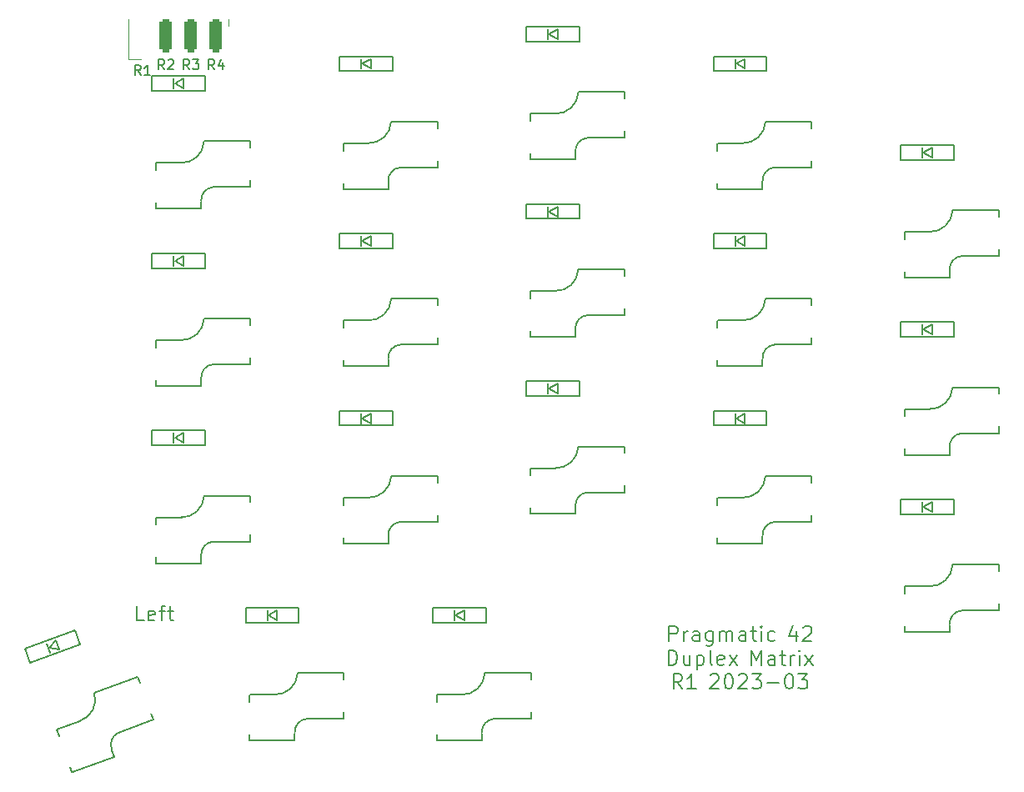
<source format=gto>
%TF.GenerationSoftware,KiCad,Pcbnew,(7.0.0-0)*%
%TF.CreationDate,2023-03-09T15:58:59+08:00*%
%TF.ProjectId,Input,496e7075-742e-46b6-9963-61645f706362,1*%
%TF.SameCoordinates,PX7bfa480PY6052340*%
%TF.FileFunction,Legend,Top*%
%TF.FilePolarity,Positive*%
%FSLAX46Y46*%
G04 Gerber Fmt 4.6, Leading zero omitted, Abs format (unit mm)*
G04 Created by KiCad (PCBNEW (7.0.0-0)) date 2023-03-09 15:58:59*
%MOMM*%
%LPD*%
G01*
G04 APERTURE LIST*
G04 Aperture macros list*
%AMRoundRect*
0 Rectangle with rounded corners*
0 $1 Rounding radius*
0 $2 $3 $4 $5 $6 $7 $8 $9 X,Y pos of 4 corners*
0 Add a 4 corners polygon primitive as box body*
4,1,4,$2,$3,$4,$5,$6,$7,$8,$9,$2,$3,0*
0 Add four circle primitives for the rounded corners*
1,1,$1+$1,$2,$3*
1,1,$1+$1,$4,$5*
1,1,$1+$1,$6,$7*
1,1,$1+$1,$8,$9*
0 Add four rect primitives between the rounded corners*
20,1,$1+$1,$2,$3,$4,$5,0*
20,1,$1+$1,$4,$5,$6,$7,0*
20,1,$1+$1,$6,$7,$8,$9,0*
20,1,$1+$1,$8,$9,$2,$3,0*%
%AMRotRect*
0 Rectangle, with rotation*
0 The origin of the aperture is its center*
0 $1 length*
0 $2 width*
0 $3 Rotation angle, in degrees counterclockwise*
0 Add horizontal line*
21,1,$1,$2,0,0,$3*%
G04 Aperture macros list end*
%ADD10C,0.150000*%
%ADD11C,0.200000*%
%ADD12C,0.120000*%
%ADD13C,3.000000*%
%ADD14R,2.000000X2.600000*%
%ADD15C,3.200000*%
%ADD16R,1.400000X1.000000*%
%ADD17RotRect,1.400000X1.000000X20.000000*%
%ADD18R,1.270000X3.429000*%
%ADD19RoundRect,0.317500X-0.317500X-1.397000X0.317500X-1.397000X0.317500X1.397000X-0.317500X1.397000X0*%
%ADD20RotRect,2.000000X2.600000X200.000000*%
%ADD21C,1.700000*%
G04 APERTURE END LIST*
D10*
X-1446667Y23932620D02*
X-1780000Y24408810D01*
X-2018095Y23932620D02*
X-2018095Y24932620D01*
X-2018095Y24932620D02*
X-1637143Y24932620D01*
X-1637143Y24932620D02*
X-1541905Y24885000D01*
X-1541905Y24885000D02*
X-1494286Y24837381D01*
X-1494286Y24837381D02*
X-1446667Y24742143D01*
X-1446667Y24742143D02*
X-1446667Y24599286D01*
X-1446667Y24599286D02*
X-1494286Y24504048D01*
X-1494286Y24504048D02*
X-1541905Y24456429D01*
X-1541905Y24456429D02*
X-1637143Y24408810D01*
X-1637143Y24408810D02*
X-2018095Y24408810D01*
X-1065714Y24837381D02*
X-1018095Y24885000D01*
X-1018095Y24885000D02*
X-922857Y24932620D01*
X-922857Y24932620D02*
X-684762Y24932620D01*
X-684762Y24932620D02*
X-589524Y24885000D01*
X-589524Y24885000D02*
X-541905Y24837381D01*
X-541905Y24837381D02*
X-494286Y24742143D01*
X-494286Y24742143D02*
X-494286Y24646905D01*
X-494286Y24646905D02*
X-541905Y24504048D01*
X-541905Y24504048D02*
X-1113333Y23932620D01*
X-1113333Y23932620D02*
X-494286Y23932620D01*
X-3859667Y23352620D02*
X-4193000Y23828810D01*
X-4431095Y23352620D02*
X-4431095Y24352620D01*
X-4431095Y24352620D02*
X-4050143Y24352620D01*
X-4050143Y24352620D02*
X-3954905Y24305000D01*
X-3954905Y24305000D02*
X-3907286Y24257381D01*
X-3907286Y24257381D02*
X-3859667Y24162143D01*
X-3859667Y24162143D02*
X-3859667Y24019286D01*
X-3859667Y24019286D02*
X-3907286Y23924048D01*
X-3907286Y23924048D02*
X-3954905Y23876429D01*
X-3954905Y23876429D02*
X-4050143Y23828810D01*
X-4050143Y23828810D02*
X-4431095Y23828810D01*
X-2907286Y23352620D02*
X-3478714Y23352620D01*
X-3193000Y23352620D02*
X-3193000Y24352620D01*
X-3193000Y24352620D02*
X-3288238Y24209762D01*
X-3288238Y24209762D02*
X-3383476Y24114524D01*
X-3383476Y24114524D02*
X-3478714Y24066905D01*
D11*
X49800000Y-34121071D02*
X49800000Y-32621071D01*
X49800000Y-32621071D02*
X50371429Y-32621071D01*
X50371429Y-32621071D02*
X50514286Y-32692500D01*
X50514286Y-32692500D02*
X50585715Y-32763928D01*
X50585715Y-32763928D02*
X50657143Y-32906785D01*
X50657143Y-32906785D02*
X50657143Y-33121071D01*
X50657143Y-33121071D02*
X50585715Y-33263928D01*
X50585715Y-33263928D02*
X50514286Y-33335357D01*
X50514286Y-33335357D02*
X50371429Y-33406785D01*
X50371429Y-33406785D02*
X49800000Y-33406785D01*
X51300000Y-34121071D02*
X51300000Y-33121071D01*
X51300000Y-33406785D02*
X51371429Y-33263928D01*
X51371429Y-33263928D02*
X51442858Y-33192500D01*
X51442858Y-33192500D02*
X51585715Y-33121071D01*
X51585715Y-33121071D02*
X51728572Y-33121071D01*
X52871429Y-34121071D02*
X52871429Y-33335357D01*
X52871429Y-33335357D02*
X52800000Y-33192500D01*
X52800000Y-33192500D02*
X52657143Y-33121071D01*
X52657143Y-33121071D02*
X52371429Y-33121071D01*
X52371429Y-33121071D02*
X52228571Y-33192500D01*
X52871429Y-34049642D02*
X52728571Y-34121071D01*
X52728571Y-34121071D02*
X52371429Y-34121071D01*
X52371429Y-34121071D02*
X52228571Y-34049642D01*
X52228571Y-34049642D02*
X52157143Y-33906785D01*
X52157143Y-33906785D02*
X52157143Y-33763928D01*
X52157143Y-33763928D02*
X52228571Y-33621071D01*
X52228571Y-33621071D02*
X52371429Y-33549642D01*
X52371429Y-33549642D02*
X52728571Y-33549642D01*
X52728571Y-33549642D02*
X52871429Y-33478214D01*
X54228572Y-33121071D02*
X54228572Y-34335357D01*
X54228572Y-34335357D02*
X54157143Y-34478214D01*
X54157143Y-34478214D02*
X54085714Y-34549642D01*
X54085714Y-34549642D02*
X53942857Y-34621071D01*
X53942857Y-34621071D02*
X53728572Y-34621071D01*
X53728572Y-34621071D02*
X53585714Y-34549642D01*
X54228572Y-34049642D02*
X54085714Y-34121071D01*
X54085714Y-34121071D02*
X53800000Y-34121071D01*
X53800000Y-34121071D02*
X53657143Y-34049642D01*
X53657143Y-34049642D02*
X53585714Y-33978214D01*
X53585714Y-33978214D02*
X53514286Y-33835357D01*
X53514286Y-33835357D02*
X53514286Y-33406785D01*
X53514286Y-33406785D02*
X53585714Y-33263928D01*
X53585714Y-33263928D02*
X53657143Y-33192500D01*
X53657143Y-33192500D02*
X53800000Y-33121071D01*
X53800000Y-33121071D02*
X54085714Y-33121071D01*
X54085714Y-33121071D02*
X54228572Y-33192500D01*
X54942857Y-34121071D02*
X54942857Y-33121071D01*
X54942857Y-33263928D02*
X55014286Y-33192500D01*
X55014286Y-33192500D02*
X55157143Y-33121071D01*
X55157143Y-33121071D02*
X55371429Y-33121071D01*
X55371429Y-33121071D02*
X55514286Y-33192500D01*
X55514286Y-33192500D02*
X55585715Y-33335357D01*
X55585715Y-33335357D02*
X55585715Y-34121071D01*
X55585715Y-33335357D02*
X55657143Y-33192500D01*
X55657143Y-33192500D02*
X55800000Y-33121071D01*
X55800000Y-33121071D02*
X56014286Y-33121071D01*
X56014286Y-33121071D02*
X56157143Y-33192500D01*
X56157143Y-33192500D02*
X56228572Y-33335357D01*
X56228572Y-33335357D02*
X56228572Y-34121071D01*
X57585715Y-34121071D02*
X57585715Y-33335357D01*
X57585715Y-33335357D02*
X57514286Y-33192500D01*
X57514286Y-33192500D02*
X57371429Y-33121071D01*
X57371429Y-33121071D02*
X57085715Y-33121071D01*
X57085715Y-33121071D02*
X56942857Y-33192500D01*
X57585715Y-34049642D02*
X57442857Y-34121071D01*
X57442857Y-34121071D02*
X57085715Y-34121071D01*
X57085715Y-34121071D02*
X56942857Y-34049642D01*
X56942857Y-34049642D02*
X56871429Y-33906785D01*
X56871429Y-33906785D02*
X56871429Y-33763928D01*
X56871429Y-33763928D02*
X56942857Y-33621071D01*
X56942857Y-33621071D02*
X57085715Y-33549642D01*
X57085715Y-33549642D02*
X57442857Y-33549642D01*
X57442857Y-33549642D02*
X57585715Y-33478214D01*
X58085715Y-33121071D02*
X58657143Y-33121071D01*
X58300000Y-32621071D02*
X58300000Y-33906785D01*
X58300000Y-33906785D02*
X58371429Y-34049642D01*
X58371429Y-34049642D02*
X58514286Y-34121071D01*
X58514286Y-34121071D02*
X58657143Y-34121071D01*
X59157143Y-34121071D02*
X59157143Y-33121071D01*
X59157143Y-32621071D02*
X59085715Y-32692500D01*
X59085715Y-32692500D02*
X59157143Y-32763928D01*
X59157143Y-32763928D02*
X59228572Y-32692500D01*
X59228572Y-32692500D02*
X59157143Y-32621071D01*
X59157143Y-32621071D02*
X59157143Y-32763928D01*
X60514287Y-34049642D02*
X60371429Y-34121071D01*
X60371429Y-34121071D02*
X60085715Y-34121071D01*
X60085715Y-34121071D02*
X59942858Y-34049642D01*
X59942858Y-34049642D02*
X59871429Y-33978214D01*
X59871429Y-33978214D02*
X59800001Y-33835357D01*
X59800001Y-33835357D02*
X59800001Y-33406785D01*
X59800001Y-33406785D02*
X59871429Y-33263928D01*
X59871429Y-33263928D02*
X59942858Y-33192500D01*
X59942858Y-33192500D02*
X60085715Y-33121071D01*
X60085715Y-33121071D02*
X60371429Y-33121071D01*
X60371429Y-33121071D02*
X60514287Y-33192500D01*
X62700001Y-33121071D02*
X62700001Y-34121071D01*
X62342858Y-32549642D02*
X61985715Y-33621071D01*
X61985715Y-33621071D02*
X62914286Y-33621071D01*
X63414286Y-32763928D02*
X63485714Y-32692500D01*
X63485714Y-32692500D02*
X63628572Y-32621071D01*
X63628572Y-32621071D02*
X63985714Y-32621071D01*
X63985714Y-32621071D02*
X64128572Y-32692500D01*
X64128572Y-32692500D02*
X64200000Y-32763928D01*
X64200000Y-32763928D02*
X64271429Y-32906785D01*
X64271429Y-32906785D02*
X64271429Y-33049642D01*
X64271429Y-33049642D02*
X64200000Y-33263928D01*
X64200000Y-33263928D02*
X63342857Y-34121071D01*
X63342857Y-34121071D02*
X64271429Y-34121071D01*
X49764285Y-36551071D02*
X49764285Y-35051071D01*
X49764285Y-35051071D02*
X50121428Y-35051071D01*
X50121428Y-35051071D02*
X50335714Y-35122500D01*
X50335714Y-35122500D02*
X50478571Y-35265357D01*
X50478571Y-35265357D02*
X50550000Y-35408214D01*
X50550000Y-35408214D02*
X50621428Y-35693928D01*
X50621428Y-35693928D02*
X50621428Y-35908214D01*
X50621428Y-35908214D02*
X50550000Y-36193928D01*
X50550000Y-36193928D02*
X50478571Y-36336785D01*
X50478571Y-36336785D02*
X50335714Y-36479642D01*
X50335714Y-36479642D02*
X50121428Y-36551071D01*
X50121428Y-36551071D02*
X49764285Y-36551071D01*
X51907143Y-35551071D02*
X51907143Y-36551071D01*
X51264285Y-35551071D02*
X51264285Y-36336785D01*
X51264285Y-36336785D02*
X51335714Y-36479642D01*
X51335714Y-36479642D02*
X51478571Y-36551071D01*
X51478571Y-36551071D02*
X51692857Y-36551071D01*
X51692857Y-36551071D02*
X51835714Y-36479642D01*
X51835714Y-36479642D02*
X51907143Y-36408214D01*
X52621428Y-35551071D02*
X52621428Y-37051071D01*
X52621428Y-35622500D02*
X52764286Y-35551071D01*
X52764286Y-35551071D02*
X53050000Y-35551071D01*
X53050000Y-35551071D02*
X53192857Y-35622500D01*
X53192857Y-35622500D02*
X53264286Y-35693928D01*
X53264286Y-35693928D02*
X53335714Y-35836785D01*
X53335714Y-35836785D02*
X53335714Y-36265357D01*
X53335714Y-36265357D02*
X53264286Y-36408214D01*
X53264286Y-36408214D02*
X53192857Y-36479642D01*
X53192857Y-36479642D02*
X53050000Y-36551071D01*
X53050000Y-36551071D02*
X52764286Y-36551071D01*
X52764286Y-36551071D02*
X52621428Y-36479642D01*
X54192857Y-36551071D02*
X54050000Y-36479642D01*
X54050000Y-36479642D02*
X53978571Y-36336785D01*
X53978571Y-36336785D02*
X53978571Y-35051071D01*
X55335714Y-36479642D02*
X55192857Y-36551071D01*
X55192857Y-36551071D02*
X54907143Y-36551071D01*
X54907143Y-36551071D02*
X54764285Y-36479642D01*
X54764285Y-36479642D02*
X54692857Y-36336785D01*
X54692857Y-36336785D02*
X54692857Y-35765357D01*
X54692857Y-35765357D02*
X54764285Y-35622500D01*
X54764285Y-35622500D02*
X54907143Y-35551071D01*
X54907143Y-35551071D02*
X55192857Y-35551071D01*
X55192857Y-35551071D02*
X55335714Y-35622500D01*
X55335714Y-35622500D02*
X55407143Y-35765357D01*
X55407143Y-35765357D02*
X55407143Y-35908214D01*
X55407143Y-35908214D02*
X54692857Y-36051071D01*
X55907142Y-36551071D02*
X56692857Y-35551071D01*
X55907142Y-35551071D02*
X56692857Y-36551071D01*
X58164285Y-36551071D02*
X58164285Y-35051071D01*
X58164285Y-35051071D02*
X58664285Y-36122500D01*
X58664285Y-36122500D02*
X59164285Y-35051071D01*
X59164285Y-35051071D02*
X59164285Y-36551071D01*
X60521429Y-36551071D02*
X60521429Y-35765357D01*
X60521429Y-35765357D02*
X60450000Y-35622500D01*
X60450000Y-35622500D02*
X60307143Y-35551071D01*
X60307143Y-35551071D02*
X60021429Y-35551071D01*
X60021429Y-35551071D02*
X59878571Y-35622500D01*
X60521429Y-36479642D02*
X60378571Y-36551071D01*
X60378571Y-36551071D02*
X60021429Y-36551071D01*
X60021429Y-36551071D02*
X59878571Y-36479642D01*
X59878571Y-36479642D02*
X59807143Y-36336785D01*
X59807143Y-36336785D02*
X59807143Y-36193928D01*
X59807143Y-36193928D02*
X59878571Y-36051071D01*
X59878571Y-36051071D02*
X60021429Y-35979642D01*
X60021429Y-35979642D02*
X60378571Y-35979642D01*
X60378571Y-35979642D02*
X60521429Y-35908214D01*
X61021429Y-35551071D02*
X61592857Y-35551071D01*
X61235714Y-35051071D02*
X61235714Y-36336785D01*
X61235714Y-36336785D02*
X61307143Y-36479642D01*
X61307143Y-36479642D02*
X61450000Y-36551071D01*
X61450000Y-36551071D02*
X61592857Y-36551071D01*
X62092857Y-36551071D02*
X62092857Y-35551071D01*
X62092857Y-35836785D02*
X62164286Y-35693928D01*
X62164286Y-35693928D02*
X62235715Y-35622500D01*
X62235715Y-35622500D02*
X62378572Y-35551071D01*
X62378572Y-35551071D02*
X62521429Y-35551071D01*
X63021428Y-36551071D02*
X63021428Y-35551071D01*
X63021428Y-35051071D02*
X62950000Y-35122500D01*
X62950000Y-35122500D02*
X63021428Y-35193928D01*
X63021428Y-35193928D02*
X63092857Y-35122500D01*
X63092857Y-35122500D02*
X63021428Y-35051071D01*
X63021428Y-35051071D02*
X63021428Y-35193928D01*
X63592857Y-36551071D02*
X64378572Y-35551071D01*
X63592857Y-35551071D02*
X64378572Y-36551071D01*
X51085715Y-38981071D02*
X50585715Y-38266785D01*
X50228572Y-38981071D02*
X50228572Y-37481071D01*
X50228572Y-37481071D02*
X50800001Y-37481071D01*
X50800001Y-37481071D02*
X50942858Y-37552500D01*
X50942858Y-37552500D02*
X51014287Y-37623928D01*
X51014287Y-37623928D02*
X51085715Y-37766785D01*
X51085715Y-37766785D02*
X51085715Y-37981071D01*
X51085715Y-37981071D02*
X51014287Y-38123928D01*
X51014287Y-38123928D02*
X50942858Y-38195357D01*
X50942858Y-38195357D02*
X50800001Y-38266785D01*
X50800001Y-38266785D02*
X50228572Y-38266785D01*
X52514287Y-38981071D02*
X51657144Y-38981071D01*
X52085715Y-38981071D02*
X52085715Y-37481071D01*
X52085715Y-37481071D02*
X51942858Y-37695357D01*
X51942858Y-37695357D02*
X51800001Y-37838214D01*
X51800001Y-37838214D02*
X51657144Y-37909642D01*
X53985715Y-37623928D02*
X54057143Y-37552500D01*
X54057143Y-37552500D02*
X54200001Y-37481071D01*
X54200001Y-37481071D02*
X54557143Y-37481071D01*
X54557143Y-37481071D02*
X54700001Y-37552500D01*
X54700001Y-37552500D02*
X54771429Y-37623928D01*
X54771429Y-37623928D02*
X54842858Y-37766785D01*
X54842858Y-37766785D02*
X54842858Y-37909642D01*
X54842858Y-37909642D02*
X54771429Y-38123928D01*
X54771429Y-38123928D02*
X53914286Y-38981071D01*
X53914286Y-38981071D02*
X54842858Y-38981071D01*
X55771429Y-37481071D02*
X55914286Y-37481071D01*
X55914286Y-37481071D02*
X56057143Y-37552500D01*
X56057143Y-37552500D02*
X56128572Y-37623928D01*
X56128572Y-37623928D02*
X56200000Y-37766785D01*
X56200000Y-37766785D02*
X56271429Y-38052500D01*
X56271429Y-38052500D02*
X56271429Y-38409642D01*
X56271429Y-38409642D02*
X56200000Y-38695357D01*
X56200000Y-38695357D02*
X56128572Y-38838214D01*
X56128572Y-38838214D02*
X56057143Y-38909642D01*
X56057143Y-38909642D02*
X55914286Y-38981071D01*
X55914286Y-38981071D02*
X55771429Y-38981071D01*
X55771429Y-38981071D02*
X55628572Y-38909642D01*
X55628572Y-38909642D02*
X55557143Y-38838214D01*
X55557143Y-38838214D02*
X55485714Y-38695357D01*
X55485714Y-38695357D02*
X55414286Y-38409642D01*
X55414286Y-38409642D02*
X55414286Y-38052500D01*
X55414286Y-38052500D02*
X55485714Y-37766785D01*
X55485714Y-37766785D02*
X55557143Y-37623928D01*
X55557143Y-37623928D02*
X55628572Y-37552500D01*
X55628572Y-37552500D02*
X55771429Y-37481071D01*
X56842857Y-37623928D02*
X56914285Y-37552500D01*
X56914285Y-37552500D02*
X57057143Y-37481071D01*
X57057143Y-37481071D02*
X57414285Y-37481071D01*
X57414285Y-37481071D02*
X57557143Y-37552500D01*
X57557143Y-37552500D02*
X57628571Y-37623928D01*
X57628571Y-37623928D02*
X57700000Y-37766785D01*
X57700000Y-37766785D02*
X57700000Y-37909642D01*
X57700000Y-37909642D02*
X57628571Y-38123928D01*
X57628571Y-38123928D02*
X56771428Y-38981071D01*
X56771428Y-38981071D02*
X57700000Y-38981071D01*
X58199999Y-37481071D02*
X59128571Y-37481071D01*
X59128571Y-37481071D02*
X58628571Y-38052500D01*
X58628571Y-38052500D02*
X58842856Y-38052500D01*
X58842856Y-38052500D02*
X58985714Y-38123928D01*
X58985714Y-38123928D02*
X59057142Y-38195357D01*
X59057142Y-38195357D02*
X59128571Y-38338214D01*
X59128571Y-38338214D02*
X59128571Y-38695357D01*
X59128571Y-38695357D02*
X59057142Y-38838214D01*
X59057142Y-38838214D02*
X58985714Y-38909642D01*
X58985714Y-38909642D02*
X58842856Y-38981071D01*
X58842856Y-38981071D02*
X58414285Y-38981071D01*
X58414285Y-38981071D02*
X58271428Y-38909642D01*
X58271428Y-38909642D02*
X58199999Y-38838214D01*
X59771427Y-38409642D02*
X60914285Y-38409642D01*
X61914285Y-37481071D02*
X62057142Y-37481071D01*
X62057142Y-37481071D02*
X62199999Y-37552500D01*
X62199999Y-37552500D02*
X62271428Y-37623928D01*
X62271428Y-37623928D02*
X62342856Y-37766785D01*
X62342856Y-37766785D02*
X62414285Y-38052500D01*
X62414285Y-38052500D02*
X62414285Y-38409642D01*
X62414285Y-38409642D02*
X62342856Y-38695357D01*
X62342856Y-38695357D02*
X62271428Y-38838214D01*
X62271428Y-38838214D02*
X62199999Y-38909642D01*
X62199999Y-38909642D02*
X62057142Y-38981071D01*
X62057142Y-38981071D02*
X61914285Y-38981071D01*
X61914285Y-38981071D02*
X61771428Y-38909642D01*
X61771428Y-38909642D02*
X61699999Y-38838214D01*
X61699999Y-38838214D02*
X61628570Y-38695357D01*
X61628570Y-38695357D02*
X61557142Y-38409642D01*
X61557142Y-38409642D02*
X61557142Y-38052500D01*
X61557142Y-38052500D02*
X61628570Y-37766785D01*
X61628570Y-37766785D02*
X61699999Y-37623928D01*
X61699999Y-37623928D02*
X61771428Y-37552500D01*
X61771428Y-37552500D02*
X61914285Y-37481071D01*
X62914284Y-37481071D02*
X63842856Y-37481071D01*
X63842856Y-37481071D02*
X63342856Y-38052500D01*
X63342856Y-38052500D02*
X63557141Y-38052500D01*
X63557141Y-38052500D02*
X63699999Y-38123928D01*
X63699999Y-38123928D02*
X63771427Y-38195357D01*
X63771427Y-38195357D02*
X63842856Y-38338214D01*
X63842856Y-38338214D02*
X63842856Y-38695357D01*
X63842856Y-38695357D02*
X63771427Y-38838214D01*
X63771427Y-38838214D02*
X63699999Y-38909642D01*
X63699999Y-38909642D02*
X63557141Y-38981071D01*
X63557141Y-38981071D02*
X63128570Y-38981071D01*
X63128570Y-38981071D02*
X62985713Y-38909642D01*
X62985713Y-38909642D02*
X62914284Y-38838214D01*
D10*
X3633333Y23932620D02*
X3300000Y24408810D01*
X3061905Y23932620D02*
X3061905Y24932620D01*
X3061905Y24932620D02*
X3442857Y24932620D01*
X3442857Y24932620D02*
X3538095Y24885000D01*
X3538095Y24885000D02*
X3585714Y24837381D01*
X3585714Y24837381D02*
X3633333Y24742143D01*
X3633333Y24742143D02*
X3633333Y24599286D01*
X3633333Y24599286D02*
X3585714Y24504048D01*
X3585714Y24504048D02*
X3538095Y24456429D01*
X3538095Y24456429D02*
X3442857Y24408810D01*
X3442857Y24408810D02*
X3061905Y24408810D01*
X4490476Y24599286D02*
X4490476Y23932620D01*
X4252381Y24980239D02*
X4014286Y24265953D01*
X4014286Y24265953D02*
X4633333Y24265953D01*
X1093333Y23932620D02*
X760000Y24408810D01*
X521905Y23932620D02*
X521905Y24932620D01*
X521905Y24932620D02*
X902857Y24932620D01*
X902857Y24932620D02*
X998095Y24885000D01*
X998095Y24885000D02*
X1045714Y24837381D01*
X1045714Y24837381D02*
X1093333Y24742143D01*
X1093333Y24742143D02*
X1093333Y24599286D01*
X1093333Y24599286D02*
X1045714Y24504048D01*
X1045714Y24504048D02*
X998095Y24456429D01*
X998095Y24456429D02*
X902857Y24408810D01*
X902857Y24408810D02*
X521905Y24408810D01*
X1426667Y24932620D02*
X2045714Y24932620D01*
X2045714Y24932620D02*
X1712381Y24551667D01*
X1712381Y24551667D02*
X1855238Y24551667D01*
X1855238Y24551667D02*
X1950476Y24504048D01*
X1950476Y24504048D02*
X1998095Y24456429D01*
X1998095Y24456429D02*
X2045714Y24361191D01*
X2045714Y24361191D02*
X2045714Y24123096D01*
X2045714Y24123096D02*
X1998095Y24027858D01*
X1998095Y24027858D02*
X1950476Y23980239D01*
X1950476Y23980239D02*
X1855238Y23932620D01*
X1855238Y23932620D02*
X1569524Y23932620D01*
X1569524Y23932620D02*
X1474286Y23980239D01*
X1474286Y23980239D02*
X1426667Y24027858D01*
D11*
X-3535715Y-32051071D02*
X-4250001Y-32051071D01*
X-4250001Y-32051071D02*
X-4250001Y-30551071D01*
X-2464286Y-31979642D02*
X-2607143Y-32051071D01*
X-2607143Y-32051071D02*
X-2892857Y-32051071D01*
X-2892857Y-32051071D02*
X-3035715Y-31979642D01*
X-3035715Y-31979642D02*
X-3107143Y-31836785D01*
X-3107143Y-31836785D02*
X-3107143Y-31265357D01*
X-3107143Y-31265357D02*
X-3035715Y-31122500D01*
X-3035715Y-31122500D02*
X-2892857Y-31051071D01*
X-2892857Y-31051071D02*
X-2607143Y-31051071D01*
X-2607143Y-31051071D02*
X-2464286Y-31122500D01*
X-2464286Y-31122500D02*
X-2392857Y-31265357D01*
X-2392857Y-31265357D02*
X-2392857Y-31408214D01*
X-2392857Y-31408214D02*
X-3107143Y-31551071D01*
X-1964286Y-31051071D02*
X-1392858Y-31051071D01*
X-1750001Y-32051071D02*
X-1750001Y-30765357D01*
X-1750001Y-30765357D02*
X-1678572Y-30622500D01*
X-1678572Y-30622500D02*
X-1535715Y-30551071D01*
X-1535715Y-30551071D02*
X-1392858Y-30551071D01*
X-1107143Y-31051071D02*
X-535715Y-31051071D01*
X-892858Y-30551071D02*
X-892858Y-31836785D01*
X-892858Y-31836785D02*
X-821429Y-31979642D01*
X-821429Y-31979642D02*
X-678572Y-32051071D01*
X-678572Y-32051071D02*
X-535715Y-32051071D01*
D10*
%TO.C,SW17*%
X16700000Y16400000D02*
X16700000Y15682000D01*
X16700000Y15682000D02*
X16700000Y15682000D01*
X16700000Y12380000D02*
X16700000Y11800000D01*
X16725000Y16425000D02*
X19275000Y16425000D01*
X16725000Y11775000D02*
X21275000Y11775000D01*
X21280000Y12500000D02*
X21280000Y11800000D01*
X21575000Y18625000D02*
X26275000Y18625000D01*
X22500000Y13975000D02*
X26275000Y13975000D01*
X26275000Y18625000D02*
X26275000Y17968000D01*
X26275000Y14666000D02*
X26275000Y13975000D01*
X22500000Y13970000D02*
G75*
G03*
X21280000Y12550000I100000J-1320000D01*
G01*
X19200000Y16430001D02*
G75*
G03*
X21569999Y18600000I100000J2269999D01*
G01*
%TO.C,SW29*%
X16700000Y-1600000D02*
X16700000Y-2318000D01*
X16700000Y-2318000D02*
X16700000Y-2318000D01*
X16700000Y-5620000D02*
X16700000Y-6200000D01*
X16725000Y-1575000D02*
X19275000Y-1575000D01*
X16725000Y-6225000D02*
X21275000Y-6225000D01*
X21280000Y-5500000D02*
X21280000Y-6200000D01*
X21575000Y625000D02*
X26275000Y625000D01*
X22500000Y-4025000D02*
X26275000Y-4025000D01*
X26275000Y625000D02*
X26275000Y-32000D01*
X26275000Y-3334000D02*
X26275000Y-4025000D01*
X22500000Y-4030000D02*
G75*
G03*
X21280000Y-5450000I100000J-1320000D01*
G01*
X19200000Y-1569999D02*
G75*
G03*
X21569999Y600000I100000J2269999D01*
G01*
%TO.C,D27*%
X54300000Y7250000D02*
X54300000Y5750000D01*
X54300000Y5750000D02*
X59700000Y5750000D01*
X56500000Y7000000D02*
X56500000Y6000000D01*
X56600000Y6500000D02*
X57500000Y7000000D01*
X57500000Y7000000D02*
X57500000Y6000000D01*
X57500000Y6000000D02*
X56600000Y6500000D01*
X59700000Y7250000D02*
X54300000Y7250000D01*
X59700000Y7250000D02*
X59700000Y5750000D01*
%TO.C,D18*%
X-2700000Y23250000D02*
X-2700000Y21750000D01*
X-2700000Y21750000D02*
X2700000Y21750000D01*
X-500000Y23000000D02*
X-500000Y22000000D01*
X-400000Y22500000D02*
X500000Y23000000D01*
X500000Y23000000D02*
X500000Y22000000D01*
X500000Y22000000D02*
X-400000Y22500000D01*
X2700000Y23250000D02*
X-2700000Y23250000D01*
X2700000Y23250000D02*
X2700000Y21750000D01*
%TO.C,SW15*%
X54700000Y16400000D02*
X54700000Y15682000D01*
X54700000Y15682000D02*
X54700000Y15682000D01*
X54700000Y12380000D02*
X54700000Y11800000D01*
X54725000Y16425000D02*
X57275000Y16425000D01*
X54725000Y11775000D02*
X59275000Y11775000D01*
X59280000Y12500000D02*
X59280000Y11800000D01*
X59575000Y18625000D02*
X64275000Y18625000D01*
X60500000Y13975000D02*
X64275000Y13975000D01*
X64275000Y18625000D02*
X64275000Y17968000D01*
X64275000Y14666000D02*
X64275000Y13975000D01*
X60500000Y13970000D02*
G75*
G03*
X59280000Y12550000I100000J-1320000D01*
G01*
X57200000Y16430001D02*
G75*
G03*
X59569999Y18600000I100000J2269999D01*
G01*
%TO.C,D15*%
X54300000Y25250000D02*
X54300000Y23750000D01*
X54300000Y23750000D02*
X59700000Y23750000D01*
X56500000Y25000000D02*
X56500000Y24000000D01*
X56600000Y24500000D02*
X57500000Y25000000D01*
X57500000Y25000000D02*
X57500000Y24000000D01*
X57500000Y24000000D02*
X56600000Y24500000D01*
X59700000Y25250000D02*
X54300000Y25250000D01*
X59700000Y25250000D02*
X59700000Y23750000D01*
%TO.C,D52*%
X25800000Y-30750000D02*
X25800000Y-32250000D01*
X25800000Y-32250000D02*
X31200000Y-32250000D01*
X28000000Y-31000000D02*
X28000000Y-32000000D01*
X28100000Y-31500000D02*
X29000000Y-31000000D01*
X29000000Y-31000000D02*
X29000000Y-32000000D01*
X29000000Y-32000000D02*
X28100000Y-31500000D01*
X31200000Y-30750000D02*
X25800000Y-30750000D01*
X31200000Y-30750000D02*
X31200000Y-32250000D01*
%TO.C,D16*%
X35300000Y28250000D02*
X35300000Y26750000D01*
X35300000Y26750000D02*
X40700000Y26750000D01*
X37500000Y28000000D02*
X37500000Y27000000D01*
X37600000Y27500000D02*
X38500000Y28000000D01*
X38500000Y28000000D02*
X38500000Y27000000D01*
X38500000Y27000000D02*
X37600000Y27500000D01*
X40700000Y28250000D02*
X35300000Y28250000D01*
X40700000Y28250000D02*
X40700000Y26750000D01*
%TO.C,SW26*%
X73700000Y-10600000D02*
X73700000Y-11318000D01*
X73700000Y-11318000D02*
X73700000Y-11318000D01*
X73700000Y-14620000D02*
X73700000Y-15200000D01*
X73725000Y-10575000D02*
X76275000Y-10575000D01*
X73725000Y-15225000D02*
X78275000Y-15225000D01*
X78280000Y-14500000D02*
X78280000Y-15200000D01*
X78575000Y-8375000D02*
X83275000Y-8375000D01*
X79500000Y-13025000D02*
X83275000Y-13025000D01*
X83275000Y-8375000D02*
X83275000Y-9032000D01*
X83275000Y-12334000D02*
X83275000Y-13025000D01*
X79500000Y-13030000D02*
G75*
G03*
X78280000Y-14450000I100000J-1320000D01*
G01*
X76200000Y-10569999D02*
G75*
G03*
X78569999Y-8400000I100000J2269999D01*
G01*
%TO.C,SW38*%
X73700000Y-28600000D02*
X73700000Y-29318000D01*
X73700000Y-29318000D02*
X73700000Y-29318000D01*
X73700000Y-32620000D02*
X73700000Y-33200000D01*
X73725000Y-28575000D02*
X76275000Y-28575000D01*
X73725000Y-33225000D02*
X78275000Y-33225000D01*
X78280000Y-32500000D02*
X78280000Y-33200000D01*
X78575000Y-26375000D02*
X83275000Y-26375000D01*
X79500000Y-31025000D02*
X83275000Y-31025000D01*
X83275000Y-26375000D02*
X83275000Y-27032000D01*
X83275000Y-30334000D02*
X83275000Y-31025000D01*
X79500000Y-31030000D02*
G75*
G03*
X78280000Y-32450000I100000J-1320000D01*
G01*
X76200000Y-28569999D02*
G75*
G03*
X78569999Y-26400000I100000J2269999D01*
G01*
%TO.C,D54*%
X-15593685Y-34918685D02*
X-15080655Y-36328224D01*
X-15080655Y-36328224D02*
X-10006315Y-34481315D01*
X-13440856Y-34401164D02*
X-13098836Y-35340856D01*
X-13175877Y-34836808D02*
X-12501164Y-34059144D01*
X-12501164Y-34059144D02*
X-12159144Y-34998836D01*
X-12159144Y-34998836D02*
X-13175877Y-34836808D01*
X-10519345Y-33071776D02*
X-15593685Y-34918685D01*
X-10519345Y-33071776D02*
X-10006315Y-34481315D01*
%TO.C,SW27*%
X54700000Y-1600000D02*
X54700000Y-2318000D01*
X54700000Y-2318000D02*
X54700000Y-2318000D01*
X54700000Y-5620000D02*
X54700000Y-6200000D01*
X54725000Y-1575000D02*
X57275000Y-1575000D01*
X54725000Y-6225000D02*
X59275000Y-6225000D01*
X59280000Y-5500000D02*
X59280000Y-6200000D01*
X59575000Y625000D02*
X64275000Y625000D01*
X60500000Y-4025000D02*
X64275000Y-4025000D01*
X64275000Y625000D02*
X64275000Y-32000D01*
X64275000Y-3334000D02*
X64275000Y-4025000D01*
X60500000Y-4030000D02*
G75*
G03*
X59280000Y-5450000I100000J-1320000D01*
G01*
X57200000Y-1569999D02*
G75*
G03*
X59569999Y600000I100000J2269999D01*
G01*
%TO.C,D53*%
X6800000Y-30750000D02*
X6800000Y-32250000D01*
X6800000Y-32250000D02*
X12200000Y-32250000D01*
X9000000Y-31000000D02*
X9000000Y-32000000D01*
X9100000Y-31500000D02*
X10000000Y-31000000D01*
X10000000Y-31000000D02*
X10000000Y-32000000D01*
X10000000Y-32000000D02*
X9100000Y-31500000D01*
X12200000Y-30750000D02*
X6800000Y-30750000D01*
X12200000Y-30750000D02*
X12200000Y-32250000D01*
%TO.C,D39*%
X54300000Y-10750000D02*
X54300000Y-12250000D01*
X54300000Y-12250000D02*
X59700000Y-12250000D01*
X56500000Y-11000000D02*
X56500000Y-12000000D01*
X56600000Y-11500000D02*
X57500000Y-11000000D01*
X57500000Y-11000000D02*
X57500000Y-12000000D01*
X57500000Y-12000000D02*
X56600000Y-11500000D01*
X59700000Y-10750000D02*
X54300000Y-10750000D01*
X59700000Y-10750000D02*
X59700000Y-12250000D01*
%TO.C,SW52*%
X26200000Y-39600000D02*
X26200000Y-40318000D01*
X26200000Y-40318000D02*
X26200000Y-40318000D01*
X26200000Y-43620000D02*
X26200000Y-44200000D01*
X26225000Y-39575000D02*
X28775000Y-39575000D01*
X26225000Y-44225000D02*
X30775000Y-44225000D01*
X30780000Y-43500000D02*
X30780000Y-44200000D01*
X31075000Y-37375000D02*
X35775000Y-37375000D01*
X32000000Y-42025000D02*
X35775000Y-42025000D01*
X35775000Y-37375000D02*
X35775000Y-38032000D01*
X35775000Y-41334000D02*
X35775000Y-42025000D01*
X32000000Y-42030000D02*
G75*
G03*
X30780000Y-43450000I100000J-1320000D01*
G01*
X28700000Y-39569999D02*
G75*
G03*
X31069999Y-37400000I100000J2269999D01*
G01*
%TO.C,D42*%
X-2700000Y-12750000D02*
X-2700000Y-14250000D01*
X-2700000Y-14250000D02*
X2700000Y-14250000D01*
X-500000Y-13000000D02*
X-500000Y-14000000D01*
X-400000Y-13500000D02*
X500000Y-13000000D01*
X500000Y-13000000D02*
X500000Y-14000000D01*
X500000Y-14000000D02*
X-400000Y-13500000D01*
X2700000Y-12750000D02*
X-2700000Y-12750000D01*
X2700000Y-12750000D02*
X2700000Y-14250000D01*
%TO.C,D30*%
X-2700000Y5250000D02*
X-2700000Y3750000D01*
X-2700000Y3750000D02*
X2700000Y3750000D01*
X-500000Y5000000D02*
X-500000Y4000000D01*
X-400000Y4500000D02*
X500000Y5000000D01*
X500000Y5000000D02*
X500000Y4000000D01*
X500000Y4000000D02*
X-400000Y4500000D01*
X2700000Y5250000D02*
X-2700000Y5250000D01*
X2700000Y5250000D02*
X2700000Y3750000D01*
%TO.C,D28*%
X35300000Y10250000D02*
X35300000Y8750000D01*
X35300000Y8750000D02*
X40700000Y8750000D01*
X37500000Y10000000D02*
X37500000Y9000000D01*
X37600000Y9500000D02*
X38500000Y10000000D01*
X38500000Y10000000D02*
X38500000Y9000000D01*
X38500000Y9000000D02*
X37600000Y9500000D01*
X40700000Y10250000D02*
X35300000Y10250000D01*
X40700000Y10250000D02*
X40700000Y8750000D01*
%TO.C,SW28*%
X35700000Y1400000D02*
X35700000Y682000D01*
X35700000Y682000D02*
X35700000Y682000D01*
X35700000Y-2620000D02*
X35700000Y-3200000D01*
X35725000Y1425000D02*
X38275000Y1425000D01*
X35725000Y-3225000D02*
X40275000Y-3225000D01*
X40280000Y-2500000D02*
X40280000Y-3200000D01*
X40575000Y3625000D02*
X45275000Y3625000D01*
X41500000Y-1025000D02*
X45275000Y-1025000D01*
X45275000Y3625000D02*
X45275000Y2968000D01*
X45275000Y-334000D02*
X45275000Y-1025000D01*
X41500000Y-1030000D02*
G75*
G03*
X40280000Y-2450000I100000J-1320000D01*
G01*
X38200000Y1430001D02*
G75*
G03*
X40569999Y3600000I100000J2269999D01*
G01*
%TO.C,SW42*%
X-2300000Y-21600000D02*
X-2300000Y-22318000D01*
X-2300000Y-22318000D02*
X-2300000Y-22318000D01*
X-2300000Y-25620000D02*
X-2300000Y-26200000D01*
X-2275000Y-21575000D02*
X275000Y-21575000D01*
X-2275000Y-26225000D02*
X2275000Y-26225000D01*
X2280000Y-25500000D02*
X2280000Y-26200000D01*
X2575000Y-19375000D02*
X7275000Y-19375000D01*
X3500000Y-24025000D02*
X7275000Y-24025000D01*
X7275000Y-19375000D02*
X7275000Y-20032000D01*
X7275000Y-23334000D02*
X7275000Y-24025000D01*
X3500000Y-24030000D02*
G75*
G03*
X2280000Y-25450000I100000J-1320000D01*
G01*
X200000Y-21569999D02*
G75*
G03*
X2569999Y-19400000I100000J2269999D01*
G01*
%TO.C,SW14*%
X73700000Y7400000D02*
X73700000Y6682000D01*
X73700000Y6682000D02*
X73700000Y6682000D01*
X73700000Y3380000D02*
X73700000Y2800000D01*
X73725000Y7425000D02*
X76275000Y7425000D01*
X73725000Y2775000D02*
X78275000Y2775000D01*
X78280000Y3500000D02*
X78280000Y2800000D01*
X78575000Y9625000D02*
X83275000Y9625000D01*
X79500000Y4975000D02*
X83275000Y4975000D01*
X83275000Y9625000D02*
X83275000Y8968000D01*
X83275000Y5666000D02*
X83275000Y4975000D01*
X79500000Y4970000D02*
G75*
G03*
X78280000Y3550000I100000J-1320000D01*
G01*
X76200000Y7430001D02*
G75*
G03*
X78569999Y9600000I100000J2269999D01*
G01*
%TO.C,SW30*%
X-2300000Y-3600000D02*
X-2300000Y-4318000D01*
X-2300000Y-4318000D02*
X-2300000Y-4318000D01*
X-2300000Y-7620000D02*
X-2300000Y-8200000D01*
X-2275000Y-3575000D02*
X275000Y-3575000D01*
X-2275000Y-8225000D02*
X2275000Y-8225000D01*
X2280000Y-7500000D02*
X2280000Y-8200000D01*
X2575000Y-1375000D02*
X7275000Y-1375000D01*
X3500000Y-6025000D02*
X7275000Y-6025000D01*
X7275000Y-1375000D02*
X7275000Y-2032000D01*
X7275000Y-5334000D02*
X7275000Y-6025000D01*
X3500000Y-6030000D02*
G75*
G03*
X2280000Y-7450000I100000J-1320000D01*
G01*
X200000Y-3569999D02*
G75*
G03*
X2569999Y-1400000I100000J2269999D01*
G01*
D12*
%TO.C,J1*%
X5080000Y28365000D02*
X5080000Y29000000D01*
X-3810000Y25000000D02*
X-5080000Y25000000D01*
X-5080000Y25000000D02*
X-5080000Y29000000D01*
D10*
%TO.C,D26*%
X73300000Y-1750000D02*
X73300000Y-3250000D01*
X73300000Y-3250000D02*
X78700000Y-3250000D01*
X75500000Y-2000000D02*
X75500000Y-3000000D01*
X75600000Y-2500000D02*
X76500000Y-2000000D01*
X76500000Y-2000000D02*
X76500000Y-3000000D01*
X76500000Y-3000000D02*
X75600000Y-2500000D01*
X78700000Y-1750000D02*
X73300000Y-1750000D01*
X78700000Y-1750000D02*
X78700000Y-3250000D01*
%TO.C,SW53*%
X7199996Y-39600000D02*
X7199996Y-40318000D01*
X7199996Y-40318000D02*
X7199996Y-40318000D01*
X7199996Y-43620000D02*
X7199996Y-44200000D01*
X7224996Y-39575000D02*
X9774996Y-39575000D01*
X7224996Y-44225000D02*
X11774996Y-44225000D01*
X11779996Y-43500000D02*
X11779996Y-44200000D01*
X12074996Y-37375000D02*
X16774996Y-37375000D01*
X12999996Y-42025000D02*
X16774996Y-42025000D01*
X16774996Y-37375000D02*
X16774996Y-38032000D01*
X16774996Y-41334000D02*
X16774996Y-42025000D01*
X12999996Y-42030000D02*
G75*
G03*
X11779996Y-43450000I100000J-1320000D01*
G01*
X9699996Y-39569999D02*
G75*
G03*
X12069995Y-37400000I100000J2269999D01*
G01*
%TO.C,SW18*%
X-2300000Y14400000D02*
X-2300000Y13682000D01*
X-2300000Y13682000D02*
X-2300000Y13682000D01*
X-2300000Y10380000D02*
X-2300000Y9800000D01*
X-2275000Y14425000D02*
X275000Y14425000D01*
X-2275000Y9775000D02*
X2275000Y9775000D01*
X2280000Y10500000D02*
X2280000Y9800000D01*
X2575000Y16625000D02*
X7275000Y16625000D01*
X3500000Y11975000D02*
X7275000Y11975000D01*
X7275000Y16625000D02*
X7275000Y15968000D01*
X7275000Y12666000D02*
X7275000Y11975000D01*
X3500000Y11970000D02*
G75*
G03*
X2280000Y10550000I100000J-1320000D01*
G01*
X200000Y14430001D02*
G75*
G03*
X2569999Y16600000I100000J2269999D01*
G01*
%TO.C,SW40*%
X35700000Y-16600000D02*
X35700000Y-17318000D01*
X35700000Y-17318000D02*
X35700000Y-17318000D01*
X35700000Y-20620000D02*
X35700000Y-21200000D01*
X35725000Y-16575000D02*
X38275000Y-16575000D01*
X35725000Y-21225000D02*
X40275000Y-21225000D01*
X40280000Y-20500000D02*
X40280000Y-21200000D01*
X40575000Y-14375000D02*
X45275000Y-14375000D01*
X41500000Y-19025000D02*
X45275000Y-19025000D01*
X45275000Y-14375000D02*
X45275000Y-15032000D01*
X45275000Y-18334000D02*
X45275000Y-19025000D01*
X41500000Y-19030000D02*
G75*
G03*
X40280000Y-20450000I100000J-1320000D01*
G01*
X38200000Y-16569999D02*
G75*
G03*
X40569999Y-14400000I100000J2269999D01*
G01*
%TO.C,SW41*%
X16700000Y-19600000D02*
X16700000Y-20318000D01*
X16700000Y-20318000D02*
X16700000Y-20318000D01*
X16700000Y-23620000D02*
X16700000Y-24200000D01*
X16725000Y-19575000D02*
X19275000Y-19575000D01*
X16725000Y-24225000D02*
X21275000Y-24225000D01*
X21280000Y-23500000D02*
X21280000Y-24200000D01*
X21575000Y-17375000D02*
X26275000Y-17375000D01*
X22500000Y-22025000D02*
X26275000Y-22025000D01*
X26275000Y-17375000D02*
X26275000Y-18032000D01*
X26275000Y-21334000D02*
X26275000Y-22025000D01*
X22500000Y-22030000D02*
G75*
G03*
X21280000Y-23450000I100000J-1320000D01*
G01*
X19200000Y-19569999D02*
G75*
G03*
X21569999Y-17400000I100000J2269999D01*
G01*
%TO.C,D14*%
X73300000Y16250000D02*
X73300000Y14750000D01*
X73300000Y14750000D02*
X78700000Y14750000D01*
X75500000Y16000000D02*
X75500000Y15000000D01*
X75600000Y15500000D02*
X76500000Y16000000D01*
X76500000Y16000000D02*
X76500000Y15000000D01*
X76500000Y15000000D02*
X75600000Y15500000D01*
X78700000Y16250000D02*
X73300000Y16250000D01*
X78700000Y16250000D02*
X78700000Y14750000D01*
%TO.C,D17*%
X16300000Y25250000D02*
X16300000Y23750000D01*
X16300000Y23750000D02*
X21700000Y23750000D01*
X18500000Y25000000D02*
X18500000Y24000000D01*
X18600000Y24500000D02*
X19500000Y25000000D01*
X19500000Y25000000D02*
X19500000Y24000000D01*
X19500000Y24000000D02*
X18600000Y24500000D01*
X21700000Y25250000D02*
X16300000Y25250000D01*
X21700000Y25250000D02*
X21700000Y23750000D01*
%TO.C,SW39*%
X54700000Y-19600000D02*
X54700000Y-20318000D01*
X54700000Y-20318000D02*
X54700000Y-20318000D01*
X54700000Y-23620000D02*
X54700000Y-24200000D01*
X54725000Y-19575000D02*
X57275000Y-19575000D01*
X54725000Y-24225000D02*
X59275000Y-24225000D01*
X59280000Y-23500000D02*
X59280000Y-24200000D01*
X59575000Y-17375000D02*
X64275000Y-17375000D01*
X60500000Y-22025000D02*
X64275000Y-22025000D01*
X64275000Y-17375000D02*
X64275000Y-18032000D01*
X64275000Y-21334000D02*
X64275000Y-22025000D01*
X60500000Y-22030000D02*
G75*
G03*
X59280000Y-23450000I100000J-1320000D01*
G01*
X57200000Y-19569999D02*
G75*
G03*
X59569999Y-17400000I100000J2269999D01*
G01*
%TO.C,D40*%
X35300000Y-7750000D02*
X35300000Y-9250000D01*
X35300000Y-9250000D02*
X40700000Y-9250000D01*
X37500000Y-8000000D02*
X37500000Y-9000000D01*
X37600000Y-8500000D02*
X38500000Y-8000000D01*
X38500000Y-8000000D02*
X38500000Y-9000000D01*
X38500000Y-9000000D02*
X37600000Y-8500000D01*
X40700000Y-7750000D02*
X35300000Y-7750000D01*
X40700000Y-7750000D02*
X40700000Y-9250000D01*
%TO.C,D29*%
X16300000Y7250000D02*
X16300000Y5750000D01*
X16300000Y5750000D02*
X21700000Y5750000D01*
X18500000Y7000000D02*
X18500000Y6000000D01*
X18600000Y6500000D02*
X19500000Y7000000D01*
X19500000Y7000000D02*
X19500000Y6000000D01*
X19500000Y6000000D02*
X18600000Y6500000D01*
X21700000Y7250000D02*
X16300000Y7250000D01*
X21700000Y7250000D02*
X21700000Y5750000D01*
%TO.C,SW16*%
X35700000Y19400000D02*
X35700000Y18682000D01*
X35700000Y18682000D02*
X35700000Y18682000D01*
X35700000Y15380000D02*
X35700000Y14800000D01*
X35725000Y19425000D02*
X38275000Y19425000D01*
X35725000Y14775000D02*
X40275000Y14775000D01*
X40280000Y15500000D02*
X40280000Y14800000D01*
X40575000Y21625000D02*
X45275000Y21625000D01*
X41500000Y16975000D02*
X45275000Y16975000D01*
X45275000Y21625000D02*
X45275000Y20968000D01*
X45275000Y17666000D02*
X45275000Y16975000D01*
X41500000Y16970000D02*
G75*
G03*
X40280000Y15550000I100000J-1320000D01*
G01*
X38200000Y19430001D02*
G75*
G03*
X40569999Y21600000I100000J2269999D01*
G01*
%TO.C,SW54*%
X-12400021Y-43133540D02*
X-12154450Y-43808239D01*
X-12154450Y-43808239D02*
X-12154450Y-43808239D01*
X-11025100Y-46911104D02*
X-10826728Y-47456126D01*
X-12385079Y-43101497D02*
X-9988863Y-42229346D01*
X-10794685Y-47471068D02*
X-6519084Y-45914876D01*
X-6762350Y-45231889D02*
X-6522936Y-45889674D01*
X-8580014Y-39375375D02*
X-4163458Y-37767881D01*
X-6120404Y-43428578D02*
X-2573065Y-42137451D01*
X-4163458Y-37767881D02*
X-3938751Y-38385259D01*
X-2809401Y-41488124D02*
X-2573065Y-42137451D01*
X-6118694Y-43433276D02*
G75*
G03*
X-6779451Y-45184904I545435J-1206192D01*
G01*
X-10061050Y-42250298D02*
G75*
G03*
X-8576162Y-39400578I-682416J2167304D01*
G01*
%TO.C,D38*%
X73300000Y-19750000D02*
X73300000Y-21250000D01*
X73300000Y-21250000D02*
X78700000Y-21250000D01*
X75500000Y-20000000D02*
X75500000Y-21000000D01*
X75600000Y-20500000D02*
X76500000Y-20000000D01*
X76500000Y-20000000D02*
X76500000Y-21000000D01*
X76500000Y-21000000D02*
X75600000Y-20500000D01*
X78700000Y-19750000D02*
X73300000Y-19750000D01*
X78700000Y-19750000D02*
X78700000Y-21250000D01*
%TO.C,D41*%
X16300000Y-10750000D02*
X16300000Y-12250000D01*
X16300000Y-12250000D02*
X21700000Y-12250000D01*
X18500000Y-11000000D02*
X18500000Y-12000000D01*
X18600000Y-11500000D02*
X19500000Y-11000000D01*
X19500000Y-11000000D02*
X19500000Y-12000000D01*
X19500000Y-12000000D02*
X18600000Y-11500000D01*
X21700000Y-10750000D02*
X16300000Y-10750000D01*
X21700000Y-10750000D02*
X21700000Y-12250000D01*
%TD*%
%LPC*%
D13*
%TO.C,SW17*%
X24000000Y16300000D03*
D14*
X27254999Y16299999D03*
X15697999Y14099999D03*
%TD*%
D15*
%TO.C,H1*%
X38000000Y-25000000D03*
%TD*%
D13*
%TO.C,SW29*%
X24000000Y-1700000D03*
D14*
X27254999Y-1699999D03*
X15697999Y-3899999D03*
%TD*%
D16*
%TO.C,D27*%
X55224999Y6499999D03*
X58774999Y6499999D03*
%TD*%
%TO.C,D18*%
X-1774999Y22499999D03*
X1774999Y22499999D03*
%TD*%
D13*
%TO.C,SW15*%
X62000000Y16300000D03*
D14*
X65254999Y16299999D03*
X53697999Y14099999D03*
%TD*%
D16*
%TO.C,D15*%
X55224999Y24499999D03*
X58774999Y24499999D03*
%TD*%
%TO.C,D52*%
X26724999Y-31499999D03*
X30274999Y-31499999D03*
%TD*%
%TO.C,D16*%
X36224999Y27499999D03*
X39774999Y27499999D03*
%TD*%
D13*
%TO.C,SW26*%
X81000000Y-10700000D03*
D14*
X84254999Y-10699999D03*
X72697999Y-12899999D03*
%TD*%
D13*
%TO.C,SW38*%
X81000000Y-28700000D03*
D14*
X84254999Y-28699999D03*
X72697999Y-30899999D03*
%TD*%
D17*
%TO.C,D54*%
X-14467953Y-35307085D03*
X-11132045Y-34092913D03*
%TD*%
D13*
%TO.C,SW27*%
X62000000Y-1700000D03*
D14*
X65254999Y-1699999D03*
X53697999Y-3899999D03*
%TD*%
D16*
%TO.C,D53*%
X7724999Y-31499999D03*
X11274999Y-31499999D03*
%TD*%
%TO.C,D39*%
X55224999Y-11499999D03*
X58774999Y-11499999D03*
%TD*%
D13*
%TO.C,SW52*%
X33500000Y-39700000D03*
D14*
X36754999Y-39699999D03*
X25197999Y-41899999D03*
%TD*%
D16*
%TO.C,D42*%
X-1774999Y-13499999D03*
X1774999Y-13499999D03*
%TD*%
%TO.C,D30*%
X-1774999Y4499999D03*
X1774999Y4499999D03*
%TD*%
%TO.C,D28*%
X36224999Y9499999D03*
X39774999Y9499999D03*
%TD*%
D13*
%TO.C,SW28*%
X43000000Y1300000D03*
D14*
X46254999Y1299999D03*
X34697999Y-899999D03*
%TD*%
D13*
%TO.C,SW42*%
X5000000Y-21700000D03*
D14*
X8254999Y-21699999D03*
X-3301999Y-23899999D03*
%TD*%
D13*
%TO.C,SW14*%
X81000000Y7300000D03*
D14*
X84254999Y7299999D03*
X72697999Y5099999D03*
%TD*%
D13*
%TO.C,SW30*%
X5000000Y-3700000D03*
D14*
X8254999Y-3699999D03*
X-3301999Y-5899999D03*
%TD*%
D15*
%TO.C,H3*%
X71000000Y23000000D03*
%TD*%
D18*
%TO.C,J1*%
X-3809999Y27221999D03*
D19*
X-1270000Y27349000D03*
X1270000Y27349000D03*
X3810000Y27349000D03*
%TD*%
D16*
%TO.C,D26*%
X74224999Y-2499999D03*
X77774999Y-2499999D03*
%TD*%
D13*
%TO.C,SW53*%
X14499996Y-39700000D03*
D14*
X17754995Y-39699999D03*
X6197995Y-41899999D03*
%TD*%
D15*
%TO.C,H4*%
X-9500000Y5000000D03*
%TD*%
D13*
%TO.C,SW18*%
X5000000Y14300000D03*
D14*
X8254999Y14299999D03*
X-3301999Y12099999D03*
%TD*%
D13*
%TO.C,SW40*%
X43000000Y-16700000D03*
D14*
X46254999Y-16699999D03*
X34697999Y-18899999D03*
%TD*%
D13*
%TO.C,SW41*%
X24000000Y-19700000D03*
D14*
X27254999Y-19699999D03*
X15697999Y-21899999D03*
%TD*%
D16*
%TO.C,D14*%
X74224999Y15499999D03*
X77774999Y15499999D03*
%TD*%
%TO.C,D17*%
X17224999Y24499999D03*
X20774999Y24499999D03*
%TD*%
D13*
%TO.C,SW39*%
X62000000Y-19700000D03*
D14*
X65254999Y-19699999D03*
X53697999Y-21899999D03*
%TD*%
D16*
%TO.C,D40*%
X36224999Y-8499999D03*
X39774999Y-8499999D03*
%TD*%
%TO.C,D29*%
X17224999Y6499999D03*
X20774999Y6499999D03*
%TD*%
D13*
%TO.C,SW16*%
X43000000Y19300000D03*
D14*
X46254999Y19299999D03*
X34697999Y17099999D03*
%TD*%
D13*
%TO.C,SW54*%
X-5506062Y-40730762D03*
D20*
X-2447362Y-39617485D03*
X-12554945Y-45637536D03*
%TD*%
D16*
%TO.C,D38*%
X74224999Y-20499999D03*
X77774999Y-20499999D03*
%TD*%
%TO.C,D41*%
X17224999Y-11499999D03*
X20774999Y-11499999D03*
%TD*%
D21*
%TO.C,SW20*%
X24500000Y20000000D03*
D13*
X19000000Y14100000D03*
D15*
X19000000Y20000000D03*
D13*
X14000000Y16300000D03*
D21*
X13500000Y20000000D03*
%TD*%
%TO.C,SW22*%
X62500000Y20000000D03*
D13*
X57000000Y14100000D03*
D15*
X57000000Y20000000D03*
D13*
X52000000Y16300000D03*
D21*
X51500000Y20000000D03*
%TD*%
%TO.C,SW44*%
X24500000Y-16000000D03*
D13*
X19000000Y-21900000D03*
D15*
X19000000Y-16000000D03*
D13*
X14000000Y-19700000D03*
D21*
X13500000Y-16000000D03*
%TD*%
%TO.C,SW34*%
X62500000Y2000000D03*
D13*
X57000000Y-3900000D03*
D15*
X57000000Y2000000D03*
D13*
X52000000Y-1700000D03*
D21*
X51500000Y2000000D03*
%TD*%
%TO.C,SW55*%
X-16638309Y-40845111D03*
D13*
X-14902989Y-44150963D03*
D15*
X-11470000Y-38964000D03*
D13*
X-9452081Y-44508186D03*
D21*
X-6301691Y-37082889D03*
%TD*%
%TO.C,SW21*%
X43500000Y23000000D03*
D13*
X38000000Y17100000D03*
D15*
X38000000Y23000000D03*
D13*
X33000000Y19300000D03*
D21*
X32500000Y23000000D03*
%TD*%
%TO.C,SW19*%
X5500000Y18000000D03*
D13*
X0Y12100000D03*
D15*
X0Y18000000D03*
D13*
X-5000000Y14300000D03*
D21*
X-5500000Y18000000D03*
%TD*%
%TO.C,SW45*%
X43500000Y-13000000D03*
D13*
X38000000Y-18900000D03*
D15*
X38000000Y-13000000D03*
D13*
X33000000Y-16700000D03*
D21*
X32500000Y-13000000D03*
%TD*%
%TO.C,SW33*%
X43500000Y5000000D03*
D13*
X38000000Y-900000D03*
D15*
X38000000Y5000000D03*
D13*
X33000000Y1300000D03*
D21*
X32500000Y5000000D03*
%TD*%
%TO.C,SW47*%
X81500000Y-25000000D03*
D13*
X76000000Y-30900000D03*
D15*
X76000000Y-25000000D03*
D13*
X71000000Y-28700000D03*
D21*
X70500000Y-25000000D03*
%TD*%
%TO.C,SW32*%
X24500000Y2000000D03*
D13*
X19000000Y-3900000D03*
D15*
X19000000Y2000000D03*
D13*
X14000000Y-1700000D03*
D21*
X13500000Y2000000D03*
%TD*%
%TO.C,SW35*%
X81500000Y-7000000D03*
D13*
X76000000Y-12900000D03*
D15*
X76000000Y-7000000D03*
D13*
X71000000Y-10700000D03*
D21*
X70500000Y-7000000D03*
%TD*%
%TO.C,SW43*%
X5500000Y-18000000D03*
D13*
X0Y-23900000D03*
D15*
X0Y-18000000D03*
D13*
X-5000000Y-21700000D03*
D21*
X-5500000Y-18000000D03*
%TD*%
%TO.C,SW31*%
X5500000Y0D03*
D13*
X0Y-5900000D03*
D15*
X0Y0D03*
D13*
X-5000000Y-3700000D03*
D21*
X-5500000Y0D03*
%TD*%
%TO.C,SW23*%
X81500000Y11000000D03*
D13*
X76000000Y5100000D03*
D15*
X76000000Y11000000D03*
D13*
X71000000Y7300000D03*
D21*
X70500000Y11000000D03*
%TD*%
%TO.C,SW46*%
X62500000Y-16000000D03*
D13*
X57000000Y-21900000D03*
D15*
X57000000Y-16000000D03*
D13*
X52000000Y-19700000D03*
D21*
X51500000Y-16000000D03*
%TD*%
%TO.C,SW56*%
X14999996Y-36000000D03*
D13*
X9499996Y-41900000D03*
D15*
X9499996Y-36000000D03*
D13*
X4499996Y-39700000D03*
D21*
X3999996Y-36000000D03*
%TD*%
%TO.C,SW57*%
X34000000Y-36000000D03*
D13*
X28500000Y-41900000D03*
D15*
X28500000Y-36000000D03*
D13*
X23500000Y-39700000D03*
D21*
X23000000Y-36000000D03*
%TD*%
M02*

</source>
